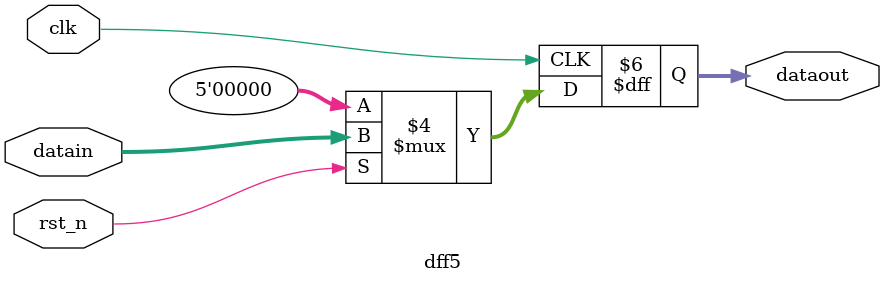
<source format=v>
module dff5 (clk,rst_n,datain,dataout);
	input clk,rst_n;
	input [4:0] datain;
	output [4:0] dataout;
	
	reg [4:0] dataout;
	
	always @(posedge clk)
		if (!rst_n)	dataout<=5'b0;
		else	dataout<=datain;
endmodule

</source>
